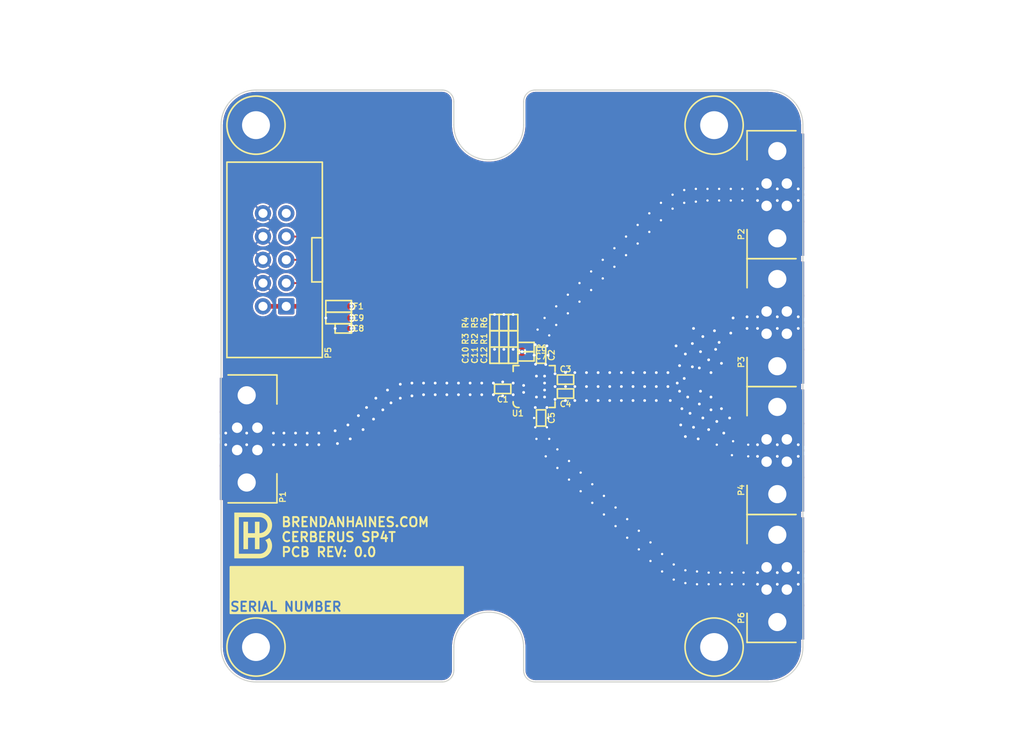
<source format=kicad_pcb>
(kicad_pcb
	(version 20240108)
	(generator "pcbnew")
	(generator_version "8.0")
	(general
		(thickness 1.6)
		(legacy_teardrops no)
	)
	(paper "A")
	(title_block
		(title "${PROJECT_NAME}")
		(rev "${PCB_REVISION}")
		(company "BRENDANHAINES.COM")
	)
	(layers
		(0 "F.Cu" signal)
		(1 "In1.Cu" signal)
		(2 "In2.Cu" signal)
		(31 "B.Cu" signal)
		(32 "B.Adhes" user "B.Adhesive")
		(33 "F.Adhes" user "F.Adhesive")
		(34 "B.Paste" user)
		(35 "F.Paste" user)
		(36 "B.SilkS" user "B.Silkscreen")
		(37 "F.SilkS" user "F.Silkscreen")
		(38 "B.Mask" user)
		(39 "F.Mask" user)
		(40 "Dwgs.User" user "User.Drawings")
		(41 "Cmts.User" user "User.Comments")
		(42 "Eco1.User" user "User.Eco1")
		(43 "Eco2.User" user "User.Eco2")
		(44 "Edge.Cuts" user)
		(45 "Margin" user)
		(46 "B.CrtYd" user "B.Courtyard")
		(47 "F.CrtYd" user "F.Courtyard")
		(48 "B.Fab" user)
		(49 "F.Fab" user)
		(50 "User.1" user)
		(51 "User.2" user)
		(52 "User.3" user)
		(53 "User.4" user)
		(54 "User.5" user)
		(55 "User.6" user)
		(56 "User.7" user)
		(57 "User.8" user)
		(58 "User.9" user)
	)
	(setup
		(stackup
			(layer "F.SilkS"
				(type "Top Silk Screen")
				(color "White")
			)
			(layer "F.Paste"
				(type "Top Solder Paste")
			)
			(layer "F.Mask"
				(type "Top Solder Mask")
				(color "Green")
				(thickness 0.01)
			)
			(layer "F.Cu"
				(type "copper")
				(thickness 0.035)
			)
			(layer "dielectric 1"
				(type "core")
				(thickness 0.48)
				(material "FR4")
				(epsilon_r 4.5)
				(loss_tangent 0.02)
			)
			(layer "In1.Cu"
				(type "copper")
				(thickness 0.035)
			)
			(layer "dielectric 2"
				(type "prepreg")
				(thickness 0.48)
				(material "FR4")
				(epsilon_r 4.5)
				(loss_tangent 0.02)
			)
			(layer "In2.Cu"
				(type "copper")
				(thickness 0.035)
			)
			(layer "dielectric 3"
				(type "core")
				(thickness 0.48)
				(material "FR4")
				(epsilon_r 4.5)
				(loss_tangent 0.02)
			)
			(layer "B.Cu"
				(type "copper")
				(thickness 0.035)
			)
			(layer "B.Mask"
				(type "Bottom Solder Mask")
				(color "Green")
				(thickness 0.01)
			)
			(layer "B.Paste"
				(type "Bottom Solder Paste")
			)
			(layer "B.SilkS"
				(type "Bottom Silk Screen")
				(color "White")
			)
			(copper_finish "ENIG")
			(dielectric_constraints no)
		)
		(pad_to_mask_clearance 0)
		(allow_soldermask_bridges_in_footprints no)
		(grid_origin 80.01 123.19)
		(pcbplotparams
			(layerselection 0x00010fc_ffffffff)
			(plot_on_all_layers_selection 0x0000000_00000000)
			(disableapertmacros no)
			(usegerberextensions no)
			(usegerberattributes yes)
			(usegerberadvancedattributes yes)
			(creategerberjobfile yes)
			(dashed_line_dash_ratio 12.000000)
			(dashed_line_gap_ratio 3.000000)
			(svgprecision 4)
			(plotframeref no)
			(viasonmask no)
			(mode 1)
			(useauxorigin no)
			(hpglpennumber 1)
			(hpglpenspeed 20)
			(hpglpendiameter 15.000000)
			(pdf_front_fp_property_popups yes)
			(pdf_back_fp_property_popups yes)
			(dxfpolygonmode yes)
			(dxfimperialunits yes)
			(dxfusepcbnewfont yes)
			(psnegative no)
			(psa4output no)
			(plotreference yes)
			(plotvalue yes)
			(plotfptext yes)
			(plotinvisibletext no)
			(sketchpadsonfab no)
			(subtractmaskfromsilk no)
			(outputformat 1)
			(mirror no)
			(drillshape 1)
			(scaleselection 1)
			(outputdirectory "")
		)
	)
	(property "PCB_REVISION" "0.0")
	(property "PROJECT_NAME" "CERBERUS SP4T")
	(net 0 "")
	(net 1 "GND")
	(net 2 "/CONN1/VIN_3V3")
	(net 3 "VDC_3V3")
	(net 4 "/RF_C")
	(net 5 "/RF_1")
	(net 6 "/RF_2")
	(net 7 "/CTRL0")
	(net 8 "/RF_3")
	(net 9 "/CTRL1")
	(net 10 "/CTRL2")
	(net 11 "/RF_4")
	(net 12 "Net-(U1-CONTROL_3)")
	(net 13 "Net-(U1-CONTROL_2)")
	(net 14 "Net-(U1-CONTROL_1)")
	(net 15 "/CONN1/D0")
	(net 16 "Net-(U1-RF1)")
	(net 17 "Net-(U1-RF2)")
	(net 18 "Net-(U1-RF3)")
	(net 19 "Net-(U1-RF4)")
	(net 20 "Net-(U1-RF_COM)")
	(footprint "common:CONN_SuperSMA_Amphenol_901-10510-2" (layer "F.Cu") (at 139.7 87.757 -90))
	(footprint "common:MH120X230_#4" (layer "F.Cu") (at 130.0099 123.19))
	(footprint "common:C0402" (layer "F.Cu") (at 113.792 93.98))
	(footprint "common:LOGO_BH" (layer "F.Cu") (at 80.137 113.411))
	(footprint "common:C0402" (layer "F.Cu") (at 111.125 98.171 -90))
	(footprint "common:CONN_SuperSMA_Amphenol_901-10510-2" (layer "F.Cu") (at 139.7 101.727 -90))
	(footprint "common:R0402" (layer "F.Cu") (at 106.045 89.535 -90))
	(footprint "common:C0402" (layer "F.Cu") (at 106.045 91.313 -90))
	(footprint "common:C0402" (layer "F.Cu") (at 108.077 91.313 -90))
	(footprint "common:PinHeader_2x05_P2.54mm_Vertical_Shrouded" (layer "F.Cu") (at 83.312 85.979 90))
	(footprint "common:C0402" (layer "F.Cu") (at 109.474 90.424))
	(footprint "common:R0402" (layer "F.Cu") (at 107.061 87.757 90))
	(footprint "common:R0603" (layer "F.Cu") (at 89.027 85.979))
	(footprint "common:C0402" (layer "F.Cu") (at 106.934 94.996))
	(footprint "common:QFN50P400X400X75-24P" (layer "F.Cu") (at 110.363 94.742 90))
	(footprint "common:C0402" (layer "F.Cu") (at 89.535 88.392 180))
	(footprint "common:R0402" (layer "F.Cu") (at 106.045 87.757 90))
	(footprint "common:MH120X230_#4" (layer "F.Cu") (at 130.0099 66.1924))
	(footprint "common:C0402" (layer "F.Cu") (at 107.061 91.313 -90))
	(footprint "common:R0402" (layer "F.Cu") (at 108.077 87.757 90))
	(footprint "common:CONN_SuperSMA_Amphenol_901-10510-2" (layer "F.Cu") (at 139.7 73.787 -90))
	(footprint "common:R0402" (layer "F.Cu") (at 108.077 89.535 -90))
	(footprint "common:C0402" (layer "F.Cu") (at 111.125 91.313 90))
	(footprint "common:MH120X230_#4" (layer "F.Cu") (at 80.01 123.19))
	(footprint "common:C0402" (layer "F.Cu") (at 109.474 91.44 180))
	(footprint "common:CONN_SuperSMA_Amphenol_901-10510-2" (layer "F.Cu") (at 139.7 115.697 -90))
	(footprint "common:C0603" (layer "F.Cu") (at 89.027 87.249 180))
	(footprint "common:C0402" (layer "F.Cu") (at 113.792 95.504))
	(footprint "common:MH120X230_#4" (layer "F.Cu") (at 80.01 66.1924))
	(footprint "common:CONN_SuperSMA_Amphenol_901-10510-2" (layer "F.Cu") (at 76.2 100.457 90))
	(footprint "common:R0402" (layer "F.Cu") (at 107.061 89.535 -90))
	(gr_poly
		(pts
			(xy 89.408 119.507) (xy 102.616 119.507) (xy 102.616 114.427) (xy 77.216 114.427) (xy 77.216 117.983)
			(xy 89.408 117.983)
		)
		(stroke
			(width 0.1778)
			(type solid)
		)
		(fill solid)
		(layer "F.SilkS")
		(uuid "54e388d0-9772-4369-ac3e-a28d27a63d02")
	)
	(gr_rect
		(start 77.216 117.983)
		(end 89.408 119.507)
		(stroke
			(width 0.1778)
			(type default)
		)
		(fill none)
		(layer "F.SilkS")
		(uuid "7dc4bab5-1662-4e93-ae85-edfcd135bfe1")
	)
	(gr_arc
		(start 109.22 66.167)
		(mid 105.41 69.977)
		(end 101.6 66.167)
		(stroke
			(width 0.127)
			(type default)
		)
		(layer "Edge.Cuts")
		(uuid "12b5dc83-04a1-4ad2-b20b-9ca374104a1d")
	)
	(gr_line
		(start 100.33 127)
		(end 80.01 127)
		(stroke
			(width 0.127)
			(type default)
		)
		(layer "Edge.Cuts")
		(uuid "1d8c4d54-d09d-4552-81d7-fe4fbfc0d2d7")
	)
	(gr_line
		(start 101.6 63.627)
		(end 101.6 66.167)
		(stroke
			(width 0.127)
			(type default)
		)
		(layer "Edge.Cuts")
		(uuid "2973dcc5-815b-4dca-8084-f6e8e8fd19a1")
	)
	(gr_line
		(start 76.2 123.19)
		(end 76.2 66.167)
		(stroke
			(width 0.127)
			(type default)
		)
		(layer "Edge.Cuts")
		(uuid "4a1c085a-0447-40c6-917a-e883b0b5d3b4")
	)
	(gr_arc
		(start 101.6 125.73)
		(mid 101.228026 126.628026)
		(end 100.33 127)
		(stroke
			(width 0.127)
			(type default)
		)
		(layer "Edge.Cuts")
		(uuid "4e122227-9205-48ab-aed8-944187041308")
	)
	(gr_arc
		(start 109.22 63.627)
		(mid 109.591974 62.728974)
		(end 110.49 62.357)
		(stroke
			(width 0.127)
			(type default)
		)
		(layer "Edge.Cuts")
		(uuid "512bf51a-3fa9-4028-a936-f7e6a4733d0c")
	)
	(gr_arc
		(start 101.6 123.19)
		(mid 105.41 119.38)
		(end 109.22 123.19)
		(stroke
			(width 0.127)
			(type default)
		)
		(layer "Edge.Cuts")
		(uuid "5b1e545e-7998-4651-9a7c-7119b11dbb5e")
	)
	(gr_arc
		(start 110.49 127)
		(mid 109.591974 126.628026)
		(end 109.22 125.73)
		(stroke
			(width 0.127)
			(type default)
		)
		(layer "Edge.Cuts")
		(uuid "75ed90dc-01a6-4ef6-a1ad-40d7e7fb9ab5")
	)
	(gr_arc
		(start 135.89 62.357)
		(mid 138.584077 63.472923)
		(end 139.7 66.167)
		(stroke
			(width 0.127)
			(type default)
		)
		(layer "Edge.Cuts")
		(uuid "827095d4-34d5-43ee-8461-ae5f66cdb2c1")
	)
	(gr_line
		(start 135.89 127)
		(end 110.49 127)
		(stroke
			(width 0.127)
			(type default)
		)
		(layer "Edge.Cuts")
		(uuid "8a06cdaa-4b81-476c-ab75-552dda1904ae")
	)
	(gr_arc
		(start 139.7 123.19)
		(mid 138.584077 125.884077)
		(end 135.89 127)
		(stroke
			(width 0.127)
			(type default)
		)
		(layer "Edge.Cuts")
		(uuid "8f3bcc1f-2eb5-4fe9-a5f4-4d4b2420bb7d")
	)
	(gr_line
		(start 135.89 62.357)
		(end 110.49 62.357)
		(stroke
			(width 0.127)
			(type default)
		)
		(layer "Edge.Cuts")
		(uuid "9c756f94-0915-4796-a177-fba955d58861")
	)
	(gr_arc
		(start 76.2 66.167)
		(mid 77.315923 63.472923)
		(end 80.01 62.357)
		(stroke
			(width 0.127)
			(type default)
		)
		(layer "Edge.Cuts")
		(uuid "a2db3517-1557-4cb3-9db4-49484f4b88bb")
	)
	(gr_line
		(start 100.33 62.357)
		(end 80.01 62.357)
		(stroke
			(width 0.127)
			(type default)
		)
		(layer "Edge.Cuts")
		(uuid "a37f7f24-d565-4f0b-8922-f16248f5b0a0")
	)
	(gr_line
		(start 109.22 125.73)
		(end 109.22 123.19)
		(stroke
			(width 0.127)
			(type default)
		)
		(layer "Edge.Cuts")
		(uuid "a5182ac4-ba58-4916-80d1-c3c4552baf6f")
	)
	(gr_arc
		(start 100.33 62.357)
		(mid 101.228026 62.728974)
		(end 101.6 63.627)
		(stroke
			(width 0.127)
			(type default)
		)
		(layer "Edge.Cuts")
		(uuid "bdaa3ce3-1d1d-4bdf-8767-8a155afd4217")
	)
	(gr_line
		(start 139.7 66.167)
		(end 139.7 123.19)
		(stroke
			(width 0.127)
			(type default)
		)
		(layer "Edge.Cuts")
		(uuid "cae215e8-499e-40ef-89eb-35b51bf61b65")
	)
	(gr_line
		(start 109.22 66.167)
		(end 109.22 63.627)
		(stroke
			(width 0.127)
			(type default)
		)
		(layer "Edge.Cuts")
		(uuid "cc06fa9f-a210-4e6d-9270-f07cf87ce584")
	)
	(gr_line
		(start 101.6 123.19)
		(end 101.6 125.73)
		(stroke
			(width 0.127)
			(type default)
		)
		(layer "Edge.Cuts")
		(uuid "d6b52204-62e3-4775-a382-a5e8113dca6a")
	)
	(gr_arc
		(start 80.01 127)
		(mid 77.315923 125.884077)
		(end 76.2 123.19)
		(stroke
			(width 0.127)
			(type default)
		)
		(layer "Edge.Cuts")
		(uuid "eb8ae8c2-ec94-44e1-b1ad-d50dc494b660")
	)
	(gr_text "BRENDANHAINES.COM\n${PROJECT_NAME}\nPCB REV: ${PCB_REVISION}"
		(at 82.677 113.411 0)
		(layer "F.SilkS")
		(uuid "437bdfe8-9461-4ec7-870c-371d6a52dc16")
		(effects
			(font
				(size 1.016 1.016)
				(thickness 0.2032)
				(bold yes)
			)
			(justify left bottom)
		)
	)
	(gr_text "SERIAL NUMBER"
		(at 77.089 119.38 0)
		(layer "F.SilkS" knockout)
		(uuid "6c2be5ce-85b7-4de0-9953-9a61d10d3e1f")
		(effects
			(font
				(size 1.016 1.016)
				(thickness 0.2032)
				(bold yes)
			)
			(justify left bottom)
		)
	)
	(dimension
		(type aligned)
		(layer "F.Fab")
		(uuid "2892fb69-bc65-401b-badd-aa520ee8b469")
		(pts
			(xy 87.503 65.9824) (xy 87.503 122.98)
		)
		(height 19.812)
		(gr_text "2244.0000 mils"
			(at 66.548 94.4812 90)
			(layer "F.Fab")
			(uuid "2892fb69-bc65-401b-badd-aa520ee8b469")
			(effects
				(font
					(size 1.016 1.016)
					(thickness 0.127)
				)
			)
		)
		(format
			(prefix "")
			(suffix "")
			(units 3)
			(units_format 1)
			(precision 4)
		)
		(style
			(thickness 0.127)
			(arrow_length 1.27)
			(text_position_mode 0)
			(extension_height 0.58642)
			(extension_offset 0.254) keep_text_aligned)
	)
	(dimension
		(type aligned)
		(layer "F.Fab")
		(uuid "60aa3d13-cba1-4987-a4d4-8936d20594bd")
		(pts
			(xy 135.89 127) (xy 135.89 62.357)
		)
		(height 10.16)
		(gr_text "2545.0000 mils"
			(at 145.288 94.6785 90)
			(layer "F.Fab")
			(uuid "60aa3d13-cba1-4987-a4d4-8936d20594bd")
			(effects
				(font
					(size 0.635 0.635)
					(thickness 0.127)
				)
			)
		)
		(format
			(prefix "")
			(suffix "")
			(units 3)
			(units_format 1)
			(precision 4)
		)
		(style
			(thickness 0.127)
			(arrow_length 1.27)
			(text_position_mode 0)
			(extension_height 0.58642)
			(extension_offset 1.524) keep_text_aligned)
	)
	(dimension
		(type aligned)
		(layer "F.Fab")
		(uuid "bbab7d88-8f8c-467e-ac80-cb1bdbeed6d1")
		(pts
			(xy 76.2 123.19) (xy 139.7 123.19)
		)
		(height 8.381999)
		(gr_text "2500.0000 mils"
			(at 107.95 130.809999 0)
			(layer "F.Fab")
			(uuid "bbab7d88-8f8c-467e-ac80-cb1bdbeed6d1")
			(effects
				(font
					(size 0.635 0.635)
					(thickness 0.127)
				)
			)
		)
		(format
			(prefix "")
			(suffix "")
			(units 3)
			(units_format 1)
			(precision 4)
		)
		(style
			(thickness 0.127)
			(arrow_length 1.27)
			(text_position_mode 0)
			(extension_height 0.58642)
			(extension_offset 1.524) keep_text_aligned)
	)
	(dimension
		(type aligned)
		(layer "F.Fab")
		(uuid "da0fc324-3843-4697-9d01-01ce7e2f02da")
		(pts
			(xy 80.01 66.1924) (xy 130.0099 66.1924)
		)
		(height -11.7094)
		(gr_text "1968.5000 mils"
			(at 105.00995 53.34 0)
			(layer "F.Fab")
			(uuid "da0fc324-3843-4697-9d01-01ce7e2f02da")
			(effects
				(font
					(size 1.016 1.016)
					(thickness 0.127)
				)
			)
		)
		(format
			(prefix "")
			(suffix "")
			(units 3)
			(units_format 1)
			(precision 4)
		)
		(style
			(thickness 0.127)
			(arrow_length 1.27)
			(text_position_mode 0)
			(extension_height 0.58642)
			(extension_offset 7.62) keep_text_aligned)
	)
	(segment
		(start 107.061 87.332)
		(end 107.061 86.868)
		(width 0.127)
		(layer "F.Cu")
		(net 1)
		(uuid "0601ffe4-a68f-4683-b78c-5eaea6e98d23")
	)
	(segment
		(start 111.613 96.881)
		(end 111.76 97.028)
		(width 0.254)
		(layer "F.Cu")
		(net 1)
		(uuid "0c4a8fad-7718-433c-b5a3-f7181981eae0")
	)
	(segment
		(start 107.061 90.888)
		(end 107.061 90.678)
		(width 0.127)
		(layer "F.Cu")
		(net 1)
		(uuid "27a9e3e3-9cb7-425c-a670-78b1b77ecbc0")
	)
	(segment
		(start 108.463 94.492)
		(end 108.208 94.492)
		(width 0.254)
		(layer "F.Cu")
		(net 1)
		(uuid "398c1a37-2631-443d-b8de-f21d2ad0a190")
	)
	(segment
		(start 112.263 93.492)
		(end 112.502 93.492)
		(width 0.254)
		(layer "F.Cu")
		(net 1)
		(uuid "40f4e4f1-0865-4c49-ac6d-4a668fcbaf50")
	)
	(segment
		(start 112.502 93.492)
		(end 112.649 93.345)
		(width 0.254)
		(layer "F.Cu")
		(net 1)
		(uuid "460c0f8c-293c-4bf3-a44b-bb62ebb1c962")
	)
	(segment
		(start 108.077 87.332)
		(end 108.077 86.868)
		(width 0.127)
		(layer "F.Cu")
		(net 1)
		(uuid "4c7e9a37-577c-415a-985b-7bd01d0504eb")
	)
	(segment
		(start 106.045 87.332)
		(end 106.045 86.868)
		(width 0.127)
		(layer "F.Cu")
		(net 1)
		(uuid "6d5e0beb-8987-4f08-a523-02aadc4c1150")
	)
	(segment
		(start 88.302 87.249)
		(end 87.63 87.249)
		(width 0.508)
		(layer "F.Cu")
		(net 1)
		(uuid "72c942d2-f26e-4582-97bb-d37a6eb0e80c")
	)
	(segment
		(start 112.263 94.492)
		(end 112.399 94.492)
		(width 0.254)
		(layer "F.Cu")
		(net 1)
		(uuid "7b27c582-556d-4c37-81c1-969308a764f8")
	)
	(segment
		(start 108.216 95.492)
		(end 108.077 95.631)
		(width 0.254)
		(layer "F.Cu")
		(net 1)
		(uuid "88dc6131-031f-40e2-ba64-b70a5d32d246")
	)
	(segment
		(start 108.077 90.888)
		(end 108.077 90.678)
		(width 0.127)
		(layer "F.Cu")
		(net 1)
		(uuid "8a534dae-255f-4171-8486-1c500033e011")
	)
	(segment
		(start 111.613 96.642)
		(end 111.613 96.881)
		(width 0.254)
		(layer "F.Cu")
		(net 1)
		(uuid "8d339908-30bc-44ee-8b6c-3688d9ce075e")
	)
	(segment
		(start 110.613 96.905)
		(end 110.49 97.028)
		(width 0.254)
		(layer "F.Cu")
		(net 1)
		(uuid "933b6d5c-9b0c-4bb9-846c-5af54b05cd7c")
	)
	(segment
		(start 112.399 94.492)
		(end 112.649 94.742)
		(width 0.254)
		(layer "F.Cu")
		(net 1)
		(uuid "9638c647-2f38-4ca9-b80e-d4d03527ae1c")
	)
	(segment
		(start 108.208 94.492)
		(end 108.077 94.361)
		(width 0.254)
		(layer "F.Cu")
		(net 1)
		(uuid "9a3be79e-620e-41bd-8298-c32eabe403d3")
	)
	(segment
		(start 112.502 95.992)
		(end 112.649 96.139)
		(width 0.254)
		(layer "F.Cu")
		(net 1)
		(uuid "a7e30e2e-7641-45af-99ab-cee4ffa40e83")
	)
	(segment
		(start 110.613 92.842)
		(end 110.613 92.39544)
		(width 0.254)
		(layer "F.Cu")
		(net 1)
		(uuid "ba34a25a-4f70-4db8-995c-327e21640eaa")
	)
	(segment
		(start 112.399 94.992)
		(end 112.649 94.742)
		(width 0.254)
		(layer "F.Cu")
		(net 1)
		(uuid "bf02c595-3d05-4daf-8152-0a8c4f79652f")
	)
	(segment
		(start 111.613 92.842)
		(end 111.613 92.349)
		(width 0.254)
		(layer "F.Cu")
		(net 1)
		(uuid "c5f61750-8f5d-4964-8dcf-56c8947b3051")
	)
	(segment
		(start 108.463 95.492)
		(end 108.216 95.492)
		(width 0.254)
		(layer "F.Cu")
		(net 1)
		(uuid "c6b3437f-2db7-4a9f-8210-f378156060a7")
	)
	(segment
		(start 111.613 92.349)
		(end 111.633 92.329)
		(width 0.254)
		(layer "F.Cu")
		(net 1)
		(uuid "dbca82e1-2295-494d-ad4d-83e012b0c7a1")
	)
	(segment
		(start 110.613 92.39544)
		(end 110.521658 92.304098)
		(width 0.254)
		(layer "F.Cu")
		(net 1)
		(uuid "e0d0a737-e6f7-4287-a39a-c0f222faaf55")
	)
	(segment
		(start 112.263 95.992)
		(end 112.502 95.992)
		(width 0.254)
		(layer "F.Cu")
		(net 1)
		(uuid "e21c42da-d622-4fe8-86f8-2529d0e46832")
	)
	(segment
		(start 106.045 90.888)
		(end 106.045 90.678)
		(width 0.127)
		(layer "F.Cu")
		(net 1)
		(uuid "ed733c28-96a3-44b6-bf86-7fde808ba0cb")
	)
	(segment
		(start 112.263 94.992)
		(end 112.399 94.992)
		(width 0.254)
		(layer "F.Cu")
		(net 1)
		(uuid "f050c780-289c-490c-8033-f2fc14013a44")
	)
	(segment
		(start 110.613 96.642)
		(end 110.613 96.905)
		(width 0.254)
		(layer "F.Cu")
		(net 1)
		(uuid "f8edea65-a67a-4438-912a-09586e065a03")
	)
	(segment
		(start 89.11 88.392)
		(end 88.646 88.392)
		(width 0.508)
		(layer "F.Cu")
		(net 1)
		(uuid "f92c9204-7e6c-4a10-9638-3b99f6bdab17")
	)
	(via
		(at 118.618 93.218)
		(size 0.508)
		(drill 0.3048)
		(layers "F.Cu" "B.Cu")
		(free yes)
		(net 1)
		(uuid "000e75c1-9126-4e50-befa-dce18dff5910")
	)
	(via
		(at 134.747 116.332)
		(size 0.508)
		(drill 0.3048)
		(layers "F.Cu" "B.Cu")
		(free yes)
		(net 1)
		(uuid "01292e35-5c8c-4ecf-a1cc-7e3db9b85721")
	)
	(via
		(at 109.22 95.377)
		(size 0.508)
		(drill 0.3048)
		(layers "F.Cu" "B.Cu")
		(net 1)
		(uuid "027b3311-d082-4d7d-8f94-fb619d4d9195")
	)
	(via
		(at 129.667 97.282)
		(size 0.508)
		(drill 0.3048)
		(layers "F.Cu" "B.Cu")
		(free yes)
		(net 1)
		(uuid "028bb475-03a4-401f-b3da-13c30fe9d495")
	)
	(via
		(at 136.906 87.122)
		(size 0.508)
		(drill 0.3048)
		(layers "F.Cu" "B.Cu")
		(free yes)
		(net 1)
		(uuid "02ba2390-5c1c-4a0e-903a-ccadd4989567")
	)
	(via
		(at 105.918 94.361)
		(size 0.508)
		(drill 0.3048)
		(layers "F.Cu" "B.Cu")
		(free yes)
		(net 1)
		(uuid "037a0129-5eee-4d8b-8870-ca45c068bc73")
	)
	(via
		(at 126.238 95.25)
		(size 0.508)
		(drill 0.3048)
		(layers "F.Cu" "B.Cu")
		(free yes)
		(net 1)
		(uuid "052b4e7a-85d6-407f-8f1b-23470ac0b223")
	)
	(via
		(at 93.853 97.282)
		(size 0.508)
		(drill 0.3048)
		(layers "F.Cu" "B.Cu")
		(free yes)
		(net 1)
		(uuid "06a92f8c-62a4-4a21-8c26-fa1051bc955d")
	)
	(via
		(at 125.603 115.824)
		(size 0.508)
		(drill 0.254)
		(layers "F.Cu" "B.Cu")
		(free yes)
		(net 1)
		(uuid "07478088-b4d3-4f4a-a9ba-1804914d5dac")
	)
	(via
		(at 139.192 102.362)
		(size 0.508)
		(drill 0.3048)
		(layers "F.Cu" "B.Cu")
		(free yes)
		(net 1)
		(uuid "07bcad39-aaaf-4152-80e6-d770e7060b25")
	)
	(via
		(at 131.699 98.171)
		(size 0.508)
		(drill 0.3048)
		(layers "F.Cu" "B.Cu")
		(free yes)
		(net 1)
		(uuid "0ac0c1a2-3a0d-47f0-af69-acd04295d431")
	)
	(via
		(at 136.906 73.152)
		(size 0.508)
		(drill 0.3048)
		(layers "F.Cu" "B.Cu")
		(free yes)
		(net 1)
		(uuid "0cd7a28f-df0d-413c-84d0-23d2181c902e")
	)
	(via
		(at 131.826 73.152)
		(size 0.508)
		(drill 0.254)
		(layers "F.Cu" "B.Cu")
		(free yes)
		(net 1)
		(uuid "0e069267-1fbd-472f-9e08-405e498233e8")
	)
	(via
		(at 119.253 109.982)
		(size 0.508)
		(drill 0.254)
		(layers "F.Cu" "B.Cu")
		(free yes)
		(net 1)
		(uuid "0e1047e0-b5d1-4ea6-9c91-ae465d409c3b")
	)
	(via
		(at 116.586 84.201)
		(size 0.508)
		(drill 0.254)
		(layers "F.Cu" "B.Cu")
		(free yes)
		(net 1)
		(uuid "0e28baed-3342-42dd-b037-0480974b0954")
	)
	(via
		(at 123.063 113.792)
		(size 0.508)
		(drill 0.254)
		(layers "F.Cu" "B.Cu")
		(free yes)
		(net 1)
		(uuid "0e415305-2dc6-4be1-ad83-a038035131bc")
	)
	(via
		(at 100.838 95.631)
		(size 0.508)
		(drill 0.3048)
		(layers "F.Cu" "B.Cu")
		(free yes)
		(net 1)
		(uuid "0e6b6099-aaf9-4c99-9a05-5fa19dd40106")
	)
	(via
		(at 136.906 74.422)
		(size 0.508)
		(drill 0.3048)
		(layers "F.Cu" "B.Cu")
		(free yes)
		(net 1)
		(uuid "0ec8f2e8-8469-444d-a433-9b7612af63ba")
	)
	(via
		(at 111.506 95.885)
		(size 0.508)
		(drill 0.3048)
		(layers "F.Cu" "B.Cu")
		(net 1)
		(uuid "0f920c89-22fb-47f7-9920-295942ecc9d3")
	)
	(via
		(at 111.506 95.123)
		(size 0.508)
		(drill 0.3048)
		(layers "F.Cu" "B.Cu")
		(net 1)
		(uuid "0fbeab8a-cd9d-4158-b06a-0bdbffe2e650")
	)
	(via
		(at 124.333 113.03)
		(size 0.508)
		(drill 0.254)
		(layers "F.Cu" "B.Cu")
		(free yes)
		(net 1)
		(uuid "1126728c-d994-4b2c-b8fd-05962ef0c062")
	)
	(via
		(at 130.683 115.062)
		(size 0.508)
		(drill 0.254)
		(layers "F.Cu" "B.Cu")
		(free yes)
		(net 1)
		(uuid "11ddc6e7-60f8-4339-82e7-28ac6bb7f8cd")
	)
	(via
		(at 124.206 74.676)
		(size 0.508)
		(drill 0.254)
		(layers "F.Cu" "B.Cu")
		(free yes)
		(net 1)
		(uuid "126d4a56-706e-4497-8e4b-a57593f9ce5b")
	)
	(via
		(at 126.238 92.456)
		(size 0.508)
		(drill 0.3048)
		(layers "F.Cu" "B.Cu")
		(free yes)
		(net 1)
		(uuid "18ceb4f8-5b2b-4708-80a4-b36b8001b13a")
	)
	(via
		(at 115.316 85.471)
		(size 0.508)
		(drill 0.254)
		(layers "F.Cu" "B.Cu")
		(free yes)
		(net 1)
		(uuid "18e70abd-a6ba-4b7e-934c-b33e62c223c7")
	)
	(via
		(at 112.649 93.345)
		(size 0.508)
		(drill 0.3048)
		(layers "F.Cu" "B.Cu")
		(net 1)
		(uuid "198d2d56-6aa6-4a54-9d8a-ad5c43ed0a1e")
	)
	(via
		(at 129.413 99.441)
		(size 0.508)
		(drill 0.3048)
		(layers "F.Cu" "B.Cu")
		(free yes)
		(net 1)
		(uuid "1a394817-64ce-41a5-b105-49a3a4351f42")
	)
	(via
		(at 126.492 97.155)
		(size 0.508)
		(drill 0.3048)
		(layers "F.Cu" "B.Cu")
		(free yes)
		(net 1)
		(uuid "1b36f989-928e-47a9-bb7e-29e830703ce5")
	)
	(via
		(at 112.776 85.979)
		(size 0.508)
		(drill 0.254)
		(layers "F.Cu" "B.Cu")
		(free yes)
		(net 1)
		(uuid "1f59bd86-43f4-4d9f-b43f-e6b0be553d98")
	)
	(via
		(at 110.49 99.187)
		(size 0.508)
		(drill 0.254)
		(layers "F.Cu" "B.Cu")
		(free yes)
		(net 1)
		(uuid "1f6403ed-73a0-45d9-af97-0bbc72186f26")
	)
	(via
		(at 112.014 89.154)
		(size 0.508)
		(drill 0.254)
		(layers "F.Cu" "B.Cu")
		(free yes)
		(net 1)
		(uuid "21c8de05-092c-4aef-b7eb-8317b5edf2d2")
	)
	(via
		(at 136.906 116.332)
		(size 0.508)
		(drill 0.3048)
		(layers "F.Cu" "B.Cu")
		(free yes)
		(net 1)
		(uuid "23002002-9f3f-4b80-8987-fc906ec68206")
	)
	(via
		(at 111.633 92.329)
		(size 0.508)
		(drill 0.3048)
		(layers "F.Cu" "B.Cu")
		(net 1)
		(uuid "2358e014-d32f-41d6-a275-2944a29efd0f")
	)
	(via
		(at 119.888 94.742)
		(size 0.508)
		(drill 0.3048)
		(layers "F.Cu" "B.Cu")
		(free yes)
		(net 1)
		(uuid "249d1d3b-8a9a-4d2d-93a0-0ee5c2e8ec61")
	)
	(via
		(at 127.127 95.885)
		(size 0.508)
		(drill 0.3048)
		(layers "F.Cu" "B.Cu")
		(free yes)
		(net 1)
		(uuid "254e58e0-32fd-4ea6-a282-1425d4e73704")
	)
	(via
		(at 111.506 93.599)
		(size 0.508)
		(drill 0.3048)
		(layers "F.Cu" "B.Cu")
		(net 1)
		(uuid "2634ec9e-2fd3-44c7-9edd-cb7214444003")
	)
	(via
		(at 108.077 94.361)
		(size 0.508)
		(drill 0.3048)
		(layers "F.Cu" "B.Cu")
		(net 1)
		(uuid "27d360f8-b945-4065-affe-6a8db4c33abe")
	)
	(via
		(at 121.158 94.742)
		(size 0.508)
		(drill 0.3048)
		(layers "F.Cu" "B.Cu")
		(free yes)
		(net 1)
		(uuid "28d998e5-e6b5-4b3a-88ba-4ea9ed5598bc")
	)
	(via
		(at 133.604 87.122)
		(size 0.508)
		(drill 0.3048)
		(layers "F.Cu" "B.Cu")
		(free yes)
		(net 1)
		(uuid "2962f8b8-0544-45f0-bf2f-bf73aa1c23bf")
	)
	(via
		(at 130.81 97.155)
		(size 0.508)
		(drill 0.3048)
		(layers "F.Cu" "B.Cu")
		(free yes)
		(net 1)
		(uuid "296d0304-2970-4388-9c4f-39d6feb87288")
	)
	(via
		(at 116.713 107.442)
		(size 0.508)
		(drill 0.254)
		(layers "F.Cu" "B.Cu")
		(free yes)
		(net 1)
		(uuid "2aa6bf2b-c03c-4ded-b39b-b76363e677c1")
	)
	(via
		(at 117.983 106.68)
		(size 0.508)
		(drill 0.254)
		(layers "F.Cu" "B.Cu")
		(free yes)
		(net 1)
		(uuid "2b1b85c8-4a7c-419e-b329-2abc7da4ef69")
	)
	(via
		(at 129.667 93.218)
		(size 0.508)
		(drill 0.3048)
		(layers "F.Cu" "B.Cu")
		(free yes)
		(net 1)
		(uuid "2d70bc8e-757c-4b80-a761-a09611602627")
	)
	(via
		(at 118.618 96.266)
		(size 0.508)
		(drill 0.3048)
		(layers "F.Cu" "B.Cu")
		(free yes)
		(net 1)
		(uuid "2e9a17b3-9b98-4f58-a930-cdb13d8b85ed")
	)
	(via
		(at 134.747 87.122)
		(size 0.508)
		(drill 0.3048)
		(layers "F.Cu" "B.Cu")
		(free yes)
		(net 1)
		(uuid "2fd98d8c-bf33-4d4d-bd1c-da4da983baf8")
	)
	(via
		(at 123.063 111.76)
		(size 0.508)
		(drill 0.254)
		(layers "F.Cu" "B.Cu")
		(free yes)
		(net 1)
		(uuid "302c7dab-1ade-46e0-bf2e-6f5529baeece")
	)
	(via
		(at 118.618 94.742)
		(size 0.508)
		(drill 0.3048)
		(layers "F.Cu" "B.Cu")
		(free yes)
		(net 1)
		(uuid "305760df-6d16-4a99-9d1f-4dc03ce558bd")
	)
	(via
		(at 108.077 86.868)
		(size 0.508)
		(drill 0.3048)
		(layers "F.Cu" "B.Cu")
		(net 1)
		(uuid "30c160a3-8964-457f-99ff-2e94d553ba28")
	)
	(via
		(at 106.045 86.868)
		(size 0.508)
		(drill 0.3048)
		(layers "F.Cu" "B.Cu")
		(net 1)
		(uuid "323da9ab-d34c-44cb-9199-d20cafed18cb")
	)
	(via
		(at 111.76 90.297)
		(size 0.508)
		(drill 0.3048)
		(layers "F.Cu" "B.Cu")
		(free yes)
		(net 1)
		(uuid "33e380af-a935-44d8-ba4c-b1b0a742d380")
	)
	(via
		(at 116.713 105.41)
		(size 0.508)
		(drill 0.254)
		(layers "F.Cu" "B.Cu")
		(free yes)
		(net 1)
		(uuid "3443f51b-a4a8-429a-aeb9-fb9816d3d374")
	)
	(via
		(at 111.633 102.362)
		(size 0.508)
		(drill 0.254)
		(layers "F.Cu" "B.Cu")
		(free yes)
		(net 1)
		(uuid "389caa17-724b-4f62-9a33-08408ba45d1e")
	)
	(via
		(at 119.888 93.218)
		(size 0.508)
		(drill 0.3048)
		(layers "F.Cu" "B.Cu")
		(free yes)
		(net 1)
		(uuid "39c90a6a-76b0-4ea3-847c-f93ae52741d3")
	)
	(via
		(at 131.064 99.822)
		(size 0.508)
		(drill 0.3048)
		(layers "F.Cu" "B.Cu")
		(free yes)
		(net 1)
		(uuid "3d3b3306-f8f0-40a1-853a-eec020fa9b15")
	)
	(via
		(at 125.984 94.361)
		(size 0.508)
		(drill 0.3048)
		(layers "F.Cu" "B.Cu")
		(free yes)
		(net 1)
		(uuid "3fe73f70-4f4d-4869-a84b-e9e6757306c9")
	)
	(via
		(at 110.49 90.17)
		(size 0.508)
		(drill 0.3048)
		(layers "F.Cu" "B.Cu")
		(free yes)
		(net 1)
		(uuid "40159213-00aa-4ac4-9867-d2ca3b16ee94")
	)
	(via
		(at 125.476 75.311)
		(size 0.508)
		(drill 0.254)
		(layers "F.Cu" "B.Cu")
		(free yes)
		(net 1)
		(uuid "41b7fc5d-3702-4205-97ee-3d1094fc3df6")
	)
	(via
		(at 122.428 93.218)
		(size 0.508)
		(drill 0.3048)
		(layers "F.Cu" "B.Cu")
		(free yes)
		(net 1)
		(uuid "423b01c6-82a7-4587-bd42-9f1d150ad130")
	)
	(via
		(at 130.81 92.202)
		(size 0.508)
		(drill 0.3048)
		(layers "F.Cu" "B.Cu")
		(free yes)
		(net 1)
		(uuid "431c69b7-0439-45a4-887b-5ae1459d9a0b")
	)
	(via
		(at 121.158 93.218)
		(size 0.508)
		(drill 0.3048)
		(layers "F.Cu" "B.Cu")
		(free yes)
		(net 1)
		(uuid "432bad93-e9ec-4cf7-ace3-f2bcd7141827")
	)
	(via
		(at 84.328 101.092)
		(size 0.508)
		(drill 0.3048)
		(layers "F.Cu" "B.Cu")
		(free yes)
		(net 1)
		(uuid "44c3b017-9bad-495e-8226-beb5bb8a041c")
	)
	(via
		(at 117.348 94.742)
		(size 0.508)
		(drill 0.3048)
		(layers "F.Cu" "B.Cu")
		(free yes)
		(net 1)
		(uuid "453660b2-2e9d-40ac-91d6-6cf545d3f173")
	)
	(via
		(at 81.915 99.822)
		(size 0.508)
		(drill 0.3048)
		(layers "F.Cu" "B.Cu")
		(free yes)
		(net 1)
		(uuid "462af655-4962-4396-a489-ff1ef6d5ab1f")
	)
	(via
		(at 127.762 99.187)
		(size 0.508)
		(drill 0.3048)
		(layers "F.Cu" "B.Cu")
		(free yes)
		(net 1)
		(uuid "462b974b-c0b2-4bf0-a04b-942054ee08f7")
	)
	(via
		(at 110.617 100.457)
		(size 0.508)
		(drill 0.254)
		(layers "F.Cu" "B.Cu")
		(free yes)
		(net 1)
		(uuid "469dffcc-0ff3-49e3-a1d3-5d8551f68fc2")
	)
	(via
		(at 136.906 102.362)
		(size 0.508)
		(drill 0.3048)
		(layers "F.Cu" "B.Cu")
		(free yes)
		(net 1)
		(uuid "4733c5ff-baeb-40cf-a492-ea9c8d0518bd")
	)
	(via
		(at 98.298 94.361)
		(size 0.508)
		(drill 0.3048)
		(layers "F.Cu" "B.Cu")
		(free yes)
		(net 1)
		(uuid "47bfe2e9-5a4a-4bc0-9db5-71299210424f")
	)
	(via
		(at 110.363 98.171)
		(size 0.508)
		(drill 0.254)
		(layers "F.Cu" "B.Cu")
		(free yes)
		(net 1)
		(uuid "487e3fcf-6136-42a9-8b11-fad11b472f44")
	)
	(via
		(at 86.868 101.092)
		(size 0.508)
		(drill 0.3048)
		(layers "F.Cu" "B.Cu")
		(free yes)
		(net 1)
		(uuid "4a29244e-4386-430a-89ea-d8b07df0ee05")
	)
	(via
		(at 121.158 96.266)
		(size 0.508)
		(drill 0.3048)
		(layers "F.Cu" "B.Cu")
		(free yes)
		(net 1)
		(uuid "4a61463b-2622-4f5c-954b-89906078d23d")
	)
	(via
		(at 113.792 94.742)
		(size 0.508)
		(drill 0.3048)
		(layers "F.Cu" "B.Cu")
		(free yes)
		(net 1)
		(uuid "4c4b7a8e-ada0-4c2d-ac29-866d3ad41ef9")
	)
	(via
		(at 117.856 80.899)
		(size 0.508)
		(drill 0.254)
		(layers "F.Cu" "B.Cu")
		(free yes)
		(net 1)
		(uuid "4d466b1a-e214-4f51-88ff-3686b459a677")
	)
	(via
		(at 130.175 90.678)
		(size 0.508)
		(drill 0.3048)
		(layers "F.Cu" "B.Cu")
		(free yes)
		(net 1)
		(uuid "4df1c01d-e248-4fb2-b065-2686a681903d")
	)
	(via
		(at 111.76 99.187)
		(size 0.508)
		(drill 0.254)
		(layers "F.Cu" "B.Cu")
		(free yes)
		(net 1)
		(uuid "4e0e0ff9-a109-4880-b1fb-1c99a9907614")
	)
	(via
		(at 126.873 100.203)
		(size 0.508)
		(drill 0.3048)
		(layers "F.Cu" "B.Cu")
		(free yes)
		(net 1)
		(uuid "4e27256c-40ec-46c7-802c-d0496772d167")
	)
	(via
		(at 113.792 93.218)
		(size 0.508)
		(drill 0.3048)
		(layers "F.Cu" "B.Cu")
		(free yes)
		(net 1)
		(uuid "522ee064-33d7-42b5-8696-a3a9daaacdb9")
	)
	(via
		(at 130.683 116.332)
		(size 0.508)
		(drill 0.254)
		(layers "F.Cu" "B.Cu")
		(free yes)
		(net 1)
		(uuid "56eacb60-8fac-47dc-80e7-b0f25e688835")
	)
	(via
		(at 131.953 116.332)
		(size 0.508)
		(drill 0.254)
		(layers "F.Cu" "B.Cu")
		(free yes)
		(net 1)
		(uuid "56ee114c-0ffc-4bc1-b49a-bd2103abc951")
	)
	(via
		(at 86.868 99.822)
		(size 0.508)
		(drill 0.3048)
		(layers "F.Cu" "B.Cu")
		(free yes)
		(net 1)
		(uuid "5839d164-7ff4-427b-a698-c868fc913909")
	)
	(via
		(at 104.648 94.361)
		(size 0.508)
		(drill 0.3048)
		(layers "F.Cu" "B.Cu")
		(free yes)
		(net 1)
		(uuid "59d73bf9-7e52-4ffd-8b32-23e405ca50af")
	)
	(via
		(at 130.302 98.552)
		(size 0.508)
		(drill 0.3048)
		(layers "F.Cu" "B.Cu")
		(free yes)
		(net 1)
		(uuid "5a560c29-ccb6-4db3-a0b0-2c5150aa0432")
	)
	(via
		(at 134.747 88.392)
		(size 0.508)
		(drill 0.3048)
		(layers "F.Cu" "B.Cu")
		(free yes)
		(net 1)
		(uuid "5becdc27-060e-4269-ac8a-7db36d3afab1")
	)
	(via
		(at 117.983 108.712)
		(size 0.508)
		(drill 0.254)
		(layers "F.Cu" "B.Cu")
		(free yes)
		(net 1)
		(uuid "5c64d37e-11c1-4f29-b18e-f0c1b4d44422")
	)
	(via
		(at 128.143 116.332)
		(size 0.508)
		(drill 0.254)
		(layers "F.Cu" "B.Cu")
		(free yes)
		(net 1)
		(uuid "5cb87824-8e0f-454c-948b-2ef60cabe45a")
	)
	(via
		(at 110.744 88.519)
		(size 0.508)
		(drill 0.254)
		(layers "F.Cu" "B.Cu")
		(free yes)
		(net 1)
		(uuid "5d0fdb4a-6082-4591-ad19-8f2891735bfb")
	)
	(via
		(at 129.413 115.062)
		(size 0.508)
		(drill 0.254)
		(layers "F.Cu" "B.Cu")
		(free yes)
		(net 1)
		(uuid "5d7ef816-b2f1-4ddc-acdd-36b5f4b3ba8a")
	)
	(via
		(at 132.08 87.249)
		(size 0.508)
		(drill 0.3048)
		(layers "F.Cu" "B.Cu")
		(free yes)
		(net 1)
		(uuid "5fa889fb-63cd-45a7-8d80-be61db07195f")
	)
	(via
		(at 136.906 115.062)
		(size 0.508)
		(drill 0.3048)
		(layers "F.Cu" "B.Cu")
		(free yes)
		(net 1)
		(uuid "60b580c4-902f-40bc-acc5-f99188807dd2")
	)
	(via
		(at 114.046 86.741)
		(size 0.508)
		(drill 0.254)
		(layers "F.Cu" "B.Cu")
		(free yes)
		(net 1)
		(uuid "617d7e45-7e2d-4d1e-afef-b96a0a22fcf6")
	)
	(via
		(at 131.826 88.9)
		(size 0.508)
		(drill 0.3048)
		(layers "F.Cu" "B.Cu")
		(free yes)
		(net 1)
		(uuid "631dc1b0-100a-4dab-a492-33be7caae24c")
	)
	(via
		(at 126.873 91.186)
		(size 0.508)
		(drill 0.3048)
		(layers "F.Cu" "B.Cu")
		(free yes)
		(net 1)
		(uuid "63257b98-af52-4f6a-b20d-96211ede3950")
	)
	(via
		(at 108.077 90.678)
		(size 0.508)
		(drill 0.3048)
		(layers "F.Cu" "B.Cu")
		(net 1)
		(uuid "6589fcd4-06a7-4c99-815a-c0378ebac7b5")
	)
	(via
		(at 119.253 107.95)
		(size 0.508)
		(drill 0.254)
		(layers "F.Cu" "B.Cu")
		(free yes)
		(net 1)
		(uuid "665363b1-5b5d-4a60-91dc-0b73af8ecbf5")
	)
	(via
		(at 129.286 73.152)
		(size 0.508)
		(drill 0.254)
		(layers "F.Cu" "B.Cu")
		(free yes)
		(net 1)
		(uuid "674c1370-ea9a-4821-8326-bdd6072d995d")
	)
	(via
		(at 106.934 94.234)
		(size 0.508)
		(drill 0.3048)
		(layers "F.Cu" "B.Cu")
		(free yes)
		(net 1)
		(uuid "6a348b46-bbe2-411f-97b8-a04c9be633d5")
	)
	(via
		(at 112.649 96.139)
		(size 0.508)
		(drill 0.3048)
		(layers "F.Cu" "B.Cu")
		(net 1)
		(uuid "6a3ac6b6-f4e9-4a06-8936-3c7720b26113")
	)
	(via
		(at 97.028 94.361)
		(size 0.508)
		(drill 0.3048)
		(layers "F.Cu" "B.Cu")
		(free yes)
		(net 1)
		(uuid "6a718a11-1fa8-4e62-9bc2-4545c681efb0")
	)
	(via
		(at 130.048 88.646)
		(size 0.508)
		(drill 0.3048)
		(layers "F.Cu" "B.Cu")
		(free yes)
		(net 1)
		(uuid "6b144964-385d-47a0-9cc9-7c5046eb76d6")
	)
	(via
		(at 124.206 76.581)
		(size 0.508)
		(drill 0.254)
		(layers "F.Cu" "B.Cu")
		(free yes)
		(net 1)
		(uuid "6ed3b7f9-dc6b-4b09-bdf8-943a40cb0585")
	)
	(via
		(at 112.903 103.632)
		(size 0.508)
		(drill 0.254)
		(layers "F.Cu" "B.Cu")
		(free yes)
		(net 1)
		(uuid "6f28af12-c59b-4b56-9052-cb114fabf01b")
	)
	(via
		(at 126.746 74.676)
		(size 0.508)
		(drill 0.254)
		(layers "F.Cu" "B.Cu")
		(free yes)
		(net 1)
		(uuid "71436ab4-4865-491d-a018-4768f49985ba")
	)
	(via
		(at 106.045 90.678)
		(size 0.508)
		(drill 0.3048)
		(layers "F.Cu" "B.Cu")
		(net 1)
		(uuid "71c275a9-4b81-4a96-a52f-8102dd980f40")
	)
	(via
		(at 94.361 95.123)
		(size 0.508)
		(drill 0.3048)
		(layers "F.Cu" "B.Cu")
		(free yes)
		(net 1)
		(uuid "72ed14fe-4b85-4a0a-803a-01e5c88f787e")
	)
	(via
		(at 88.646 99.568)
		(size 0.508)
		(drill 0.3048)
		(layers "F.Cu" "B.Cu")
		(free yes)
		(net 1)
		(uuid "7328aef0-8709-49f9-91a6-14a7b1614e2c")
	)
	(via
		(at 114.173 104.902)
		(size 0.508)
		(drill 0.254)
		(layers "F.Cu" "B.Cu")
		(free yes)
		(net 1)
		(uuid "73af7322-8968-468e-b308-5438873d6d1b")
	)
	(via
		(at 129.667 95.885)
		(size 0.508)
		(drill 0.3048)
		(layers "F.Cu" "B.Cu")
		(free yes)
		(net 1)
		(uuid "73b474f8-208a-4dc1-b80e-552d57e8fcfa")
	)
	(via
		(at 85.598 99.822)
		(size 0.508)
		(drill 0.3048)
		(layers "F.Cu" "B.Cu")
		(free yes)
		(net 1)
		(uuid "73dc53ac-6954-472a-a68f-8421ceed7569")
	)
	(via
		(at 139.192 101.092)
		(size 0.508)
		(drill 0.3048)
		(layers "F.Cu" "B.Cu")
		(free yes)
		(net 1)
		(uuid "7575da47-6aef-4377-b4ee-a5493f0b7226")
	)
	(via
		(at 134.747 101.092)
		(size 0.508)
		(drill 0.3048)
		(layers "F.Cu" "B.Cu")
		(free yes)
		(net 1)
		(uuid "78b07ec5-ed8f-4a8f-a990-b62672403c36")
	)
	(via
		(at 114.808 94.742)
		(size 0.508)
		(drill 0.3048)
		(layers "F.Cu" "B.Cu")
		(free yes)
		(net 1)
		(uuid "7a0c0ae0-fc53-4eff-87d3-da111862447a")
	)
	(via
		(at 134.747 73.152)
		(size 0.508)
		(drill 0.3048)
		(layers "F.Cu" "B.Cu")
		(free yes)
		(net 1)
		(uuid "7a8f16d7-d91b-4e87-b793-4f33372ba895")
	)
	(via
		(at 76.708 99.822)
		(size 0.508)
		(drill 0.3048)
		(layers "F.Cu" "B.Cu")
		(free yes)
		(net 1)
		(uuid "7bd36c21-eb96-4a05-9400-450a914557fd")
	)
	(via
		(at 128.143 114.935)
		(size 0.508)
		(drill 0.254)
		(layers "F.Cu" "B.Cu")
		(free yes)
		(net 1)
		(uuid "7c383152-f3a1-4757-8e8c-ce46552f742f")
	)
	(via
		(at 85.598 101.092)
		(size 0.508)
		(drill 0.3048)
		(layers "F.Cu" "B.Cu")
		(free yes)
		(net 1)
		(uuid "7e5ba467-087f-49e6-93f9-f03aa41995ae")
	)
	(via
		(at 120.396 78.359)
		(size 0.508)
		(drill 0.254)
		(layers "F.Cu" "B.Cu")
		(free yes)
		(net 1)
		(uuid "828ec162-68ca-4dbc-bd8c-340b4fb6dcb5")
	)
	(via
		(at 112.014 100.457)
		(size 0.508)
		(drill 0.254)
		(layers "F.Cu" "B.Cu")
		(free yes)
		(net 1)
		(uuid "82a44214-99b5-48f4-94dc-fc76d91a2157")
	)
	(via
		(at 133.604 88.392)
		(size 0.508)
		(drill 0.3048)
		(layers "F.Cu" "B.Cu")
		(free yes)
		(net 1)
		(uuid "84a76f10-e63a-400a-9cf1-a30f52e7cabd")
	)
	(via
		(at 112.649 94.742)
		(size 0.508)
		(drill 0.3048)
		(layers "F.Cu" "B.Cu")
		(net 1)
		(uuid "85a4fdd2-7200-4688-b338-919808d2cc8a")
	)
	(via
		(at 112.903 101.6)
		(size 0.508)
		(drill 0.254)
		(layers "F.Cu" "B.Cu")
		(free yes)
		(net 1)
		(uuid "85add507-ad77-41f3-85fd-0cad8ba681af")
	)
	(via
		(at 114.808 93.218)
		(size 0.508)
		(drill 0.3048)
		(layers "F.Cu" "B.Cu")
		(free yes)
		(net 1)
		(uuid "86b96f47-3655-41a3-be04-c93c18f26f9a")
	)
	(via
		(at 134.747 115.062)
		(size 0.508)
		(drill 0.3048)
		(layers "F.Cu" "B.Cu")
		(free yes)
		(net 1)
		(uuid "88f15e0c-eee6-4e39-a350-04e3b353eb8d")
	)
	(via
		(at 110.49 97.028)
		(size 0.508)
		(drill 0.3048)
		(layers "F.Cu" "B.Cu")
		(net 1)
		(uuid "88f93a3a-eb37-42da-b1c9-d14e6bf62e98")
	)
	(via
		(at 98.298 95.631)
		(size 0.508)
		(drill 0.3048)
		(layers "F.Cu" "B.Cu")
		(free yes)
		(net 1)
		(uuid "8a34d433-7c19-4388-8703-0c8600b44c41")
	)
	(via
		(at 133.223 115.062)
		(size 0.508)
		(drill 0.254)
		(layers "F.Cu" "B.Cu")
		(free yes)
		(net 1)
		(uuid "8b12844e-34c4-4be4-a6af-962845636087")
	)
	(via
		(at 117.348 93.218)
		(size 0.508)
		(drill 0.3048)
		(layers "F.Cu" "B.Cu")
		(free yes)
		(net 1)
		(uuid "8d23862c-bae9-42dc-b7fa-41cdc9f7c022")
	)
	(via
		(at 129.413 91.821)
		(size 0.508)
		(drill 0.3048)
		(layers "F.Cu" "B.Cu")
		(free yes)
		(net 1)
		(uuid "8e0a1ff3-e609-4ce0-9c1a-1a66f2a906f7")
	)
	(via
		(at 91.694 99.441)
		(size 0.508)
		(drill 0.3048)
		(layers "F.Cu" "B.Cu")
		(free yes)
		(net 1)
		(uuid "8f0834e3-e469-450c-a960-4514e0ebeeba")
	)
	(via
		(at 93.091 96.012)
		(size 0.508)
		(drill 0.3048)
		(layers "F.Cu" "B.Cu")
		(free yes)
		(net 1)
		(uuid "905f3af3-b555-475c-8ccd-19e655cd77f9")
	)
	(via
		(at 128.016 73.152)
		(size 0.508)
		(drill 0.254)
		(layers "F.Cu" "B.Cu")
		(free yes)
		(net 1)
		(uuid "90c42537-0383-45e1-88f9-82c856b76b07")
	)
	(via
		(at 95.758 96.012)
		(size 0.508)
		(drill 0.3048)
		(layers "F.Cu" "B.Cu")
		(free yes)
		(net 1)
		(uuid "91e36a44-b46a-4c3f-bd3a-8d71b97299dd")
	)
	(via
		(at 123.698 93.218)
		(size 0.508)
		(drill 0.3048)
		(layers "F.Cu" "B.Cu")
		(free yes)
		(net 1)
		(uuid "92dd12af-886e-425d-8960-f33e91ea74a0")
	)
	(via
		(at 128.397 92.71)
		(size 0.508)
		(drill 0.3048)
		(layers "F.Cu" "B.Cu")
		(free yes)
		(net 1)
		(uuid "955dd96d-f0c7-4b2a-99ec-0d3ea9b7386b")
	)
	(via
		(at 104.648 95.631)
		(size 0.508)
		(drill 0.3048)
		(layers "F.Cu" "B.Cu")
		(free yes)
		(net 1)
		(uuid "96191833-98bd-423a-80d1-1594ed4cee0c")
	)
	(via
		(at 133.731 102.362)
		(size 0.508)
		(drill 0.254)
		(layers "F.Cu" "B.Cu")
		(free yes)
		(net 1)
		(uuid "968fa23b-21b4-4ab2-b00c-3da0fe45e615")
	)
	(via
		(at 99.568 95.631)
		(size 0.508)
		(drill 0.3048)
		(layers "F.Cu" "B.Cu")
		(free yes)
		(net 1)
		(uuid "96b05d62-1548-49d2-8977-c72e152eda2e")
	)
	(via
		(at 128.397 96.647)
		(size 0.508)
		(drill 0.3048)
		(layers "F.Cu" "B.Cu")
		(free yes)
		(net 1)
		(uuid "970b656a-5751-4e02-bb10-c50933a2e67f")
	)
	(via
		(at 136.906 88.392)
		(size 0.508)
		(drill 0.3048)
		(layers "F.Cu" "B.Cu")
		(free yes)
		(net 1)
		(uuid "9ac20477-b4e0-43ec-9e35-4b7ccfb7e1eb")
	)
	(via
		(at 111.506 87.249)
		(size 0.508)
		(drill 0.254)
		(layers "F.Cu" "B.Cu")
		(free yes)
		(net 1)
		(uuid "9bde0ba8-ef5f-48f8-b556-caa03229bc1c")
	)
	(via
		(at 134.747 102.362)
		(size 0.508)
		(drill 0.3048)
		(layers "F.Cu" "B.Cu")
		(free yes)
		(net 1)
		(uuid "9c712aec-b62a-470c-92fd-31eff8f31f1d")
	)
	(via
		(at 133.096 74.422)
		(size 0.508)
		(drill 0.254)
		(layers "F.Cu" "B.Cu")
		(free yes)
		(net 1)
		(uuid "9d18cf33-969b-41dd-adba-64310b366379")
	)
	(via
		(at 99.568 94.361)
		(size 0.508)
		(drill 0.3048)
		(layers "F.Cu" "B.Cu")
		(free yes)
		(net 1)
		(uuid "9d4eb3d7-e19a-4bf9-850e-7ad71c806125")
	)
	(via
		(at 122.936 75.819)
		(size 0.508)
		(drill 0.254)
		(layers "F.Cu" "B.Cu")
		(free yes)
		(net 1)
		(uuid "9e323528-3f93-465d-9fa8-089518dd5e64")
	)
	(via
		(at 83.058 101.092)
		(size 0.508)
		(drill 0.3048)
		(layers "F.Cu" "B.Cu")
		(free yes)
		(net 1)
		(uuid "9e6565a5-2ca6-4234-9a68-390f487eafcc")
	)
	(via
		(at 120.523 109.22)
		(size 0.508)
		(drill 0.254)
		(layers "F.Cu" "B.Cu")
		(free yes)
		(net 1)
		(uuid "9ed394bd-35ac-4d1a-9959-c6ded357f678")
	)
	(via
		(at 110.617 93.599)
		(size 0.508)
		(drill 0.3048)
		(layers "F.Cu" "B.Cu")
		(net 1)
		(uuid "9f25ad9c-04a4-43dc-b99f-efcf16e74355")
	)
	(via
		(at 133.096 73.152)
		(size 0.508)
		(drill 0.254)
		(layers "F.Cu" "B.Cu")
		(free yes)
		(net 1)
		(uuid "9fd981b4-26b4-4bfa-bc5e-373f2467736b")
	)
	(via
		(at 115.316 83.439)
		(size 0.508)
		(drill 0.254)
		(layers "F.Cu" "B.Cu")
		(free yes)
		(net 1)
		(uuid "9fe3bdd4-cdec-4ef6-955b-a553b8d00ee3")
	)
	(via
		(at 128.524 90.932)
		(size 0.508)
		(drill 0.3048)
		(layers "F.Cu" "B.Cu")
		(free yes)
		(net 1)
		(uuid "a02578a4-9142-42bc-b3e4-df6f99ae376d")
	)
	(via
		(at 103.378 94.361)
		(size 0.508)
		(drill 0.3048)
		(layers "F.Cu" "B.Cu")
		(free yes)
		(net 1)
		(uuid "a032cf30-47d4-4949-be5b-c3876e4e6a99")
	)
	(via
		(at 128.016 74.549)
		(size 0.508)
		(drill 0.254)
		(layers "F.Cu" "B.Cu")
		(free yes)
		(net 1)
		(uuid "a2b76342-1f42-4a36-ac16-692358286597")
	)
	(via
		(at 133.223 116.332)
		(size 0.508)
		(drill 0.254)
		(layers "F.Cu" "B.Cu")
		(free yes)
		(net 1)
		(uuid "a37cfe85-8946-4906-a628-1bb478c4373e")
	)
	(via
		(at 129.413 116.332)
		(size 0.508)
		(drill 0.254)
		(layers "F.Cu" "B.Cu")
		(free yes)
		(net 1)
		(uuid "a3e79943-e4fe-42ff-8445-73a55e329a47")
	)
	(via
		(at 97.028 95.758)
		(size 0.508)
		(drill 0.3048)
		(layers "F.Cu" "B.Cu")
		(free yes)
		(net 1)
		(uuid "a459eafd-bd63-4cfe-bbf1-b00686339a15")
	)
	(via
		(at 13
... [669233 chars truncated]
</source>
